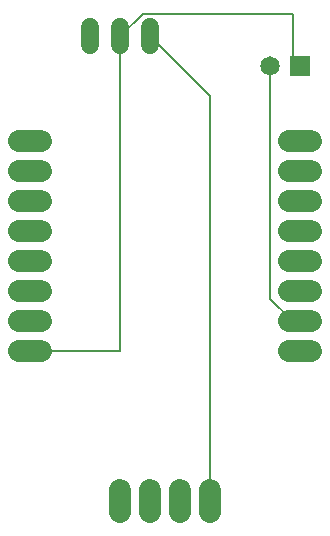
<source format=gbr>
G04 EAGLE Gerber RS-274X export*
G75*
%MOMM*%
%FSLAX34Y34*%
%LPD*%
%INTop Copper*%
%IPPOS*%
%AMOC8*
5,1,8,0,0,1.08239X$1,22.5*%
G01*
%ADD10C,1.879600*%
%ADD11C,1.524000*%
%ADD12C,1.651000*%
%ADD13R,1.651000X1.651000*%
%ADD14C,0.152400*%


D10*
X212598Y431800D02*
X193802Y431800D01*
X193802Y457200D02*
X212598Y457200D01*
X212598Y482600D02*
X193802Y482600D01*
X193802Y508000D02*
X212598Y508000D01*
X212598Y533400D02*
X193802Y533400D01*
X193802Y558800D02*
X212598Y558800D01*
X212598Y584200D02*
X193802Y584200D01*
X193802Y609600D02*
X212598Y609600D01*
X422402Y609600D02*
X441198Y609600D01*
X441198Y584200D02*
X422402Y584200D01*
X422402Y558800D02*
X441198Y558800D01*
X441198Y533400D02*
X422402Y533400D01*
X422402Y508000D02*
X441198Y508000D01*
X441198Y482600D02*
X422402Y482600D01*
X422402Y457200D02*
X441198Y457200D01*
X441198Y431800D02*
X422402Y431800D01*
X279400Y314198D02*
X279400Y295402D01*
X304800Y295402D02*
X304800Y314198D01*
X330200Y314198D02*
X330200Y295402D01*
X355600Y295402D02*
X355600Y314198D01*
D11*
X254000Y690880D02*
X254000Y706120D01*
X279400Y706120D02*
X279400Y690880D01*
X304800Y690880D02*
X304800Y706120D01*
D12*
X406600Y673100D03*
D13*
X431600Y673100D03*
D14*
X406400Y673100D02*
X406400Y476250D01*
X425450Y457200D01*
X431800Y457200D01*
X406600Y673100D02*
X406400Y673100D01*
X355600Y647700D02*
X304800Y698500D01*
X355600Y647700D02*
X355600Y304800D01*
X279400Y698500D02*
X298450Y717550D01*
X425450Y717550D01*
X425450Y673100D01*
X431600Y673100D01*
X279400Y431800D02*
X203200Y431800D01*
X279400Y431800D02*
X279400Y698500D01*
M02*

</source>
